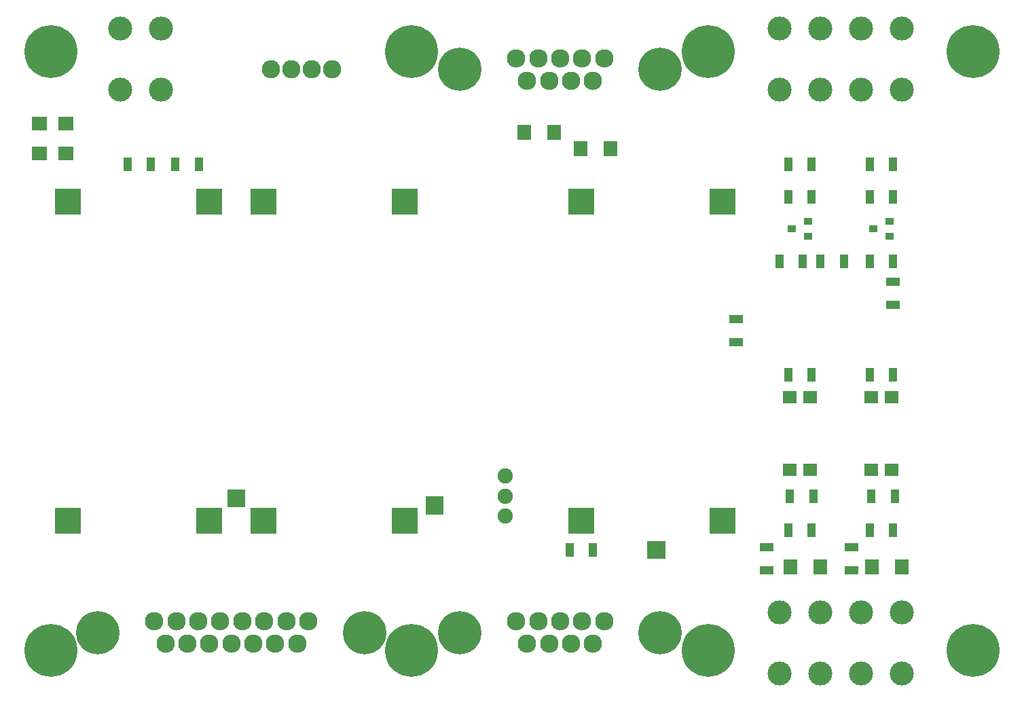
<source format=gts>
G04 project-name*
%FSLAX35Y35*%
%MOMM*%
G04 din.i0+(1)*
%LPD*%
%ADD10C,3*%
D10*
X9590644Y11742853D02*
D03*

G04 din.i0-(3)*
%LPD*%
D10*
X10098644Y11742853D02*
D03*

G04 din.i1+(5)*
%LPD*%
D10*
X10606644Y11742853D02*
D03*

G04 din.i1-(7)*
%LPD*%
D10*
X11114644Y11742853D02*
D03*

G04 din.i0+(2)*
%LPD*%
D10*
X9590644Y12504853D02*
D03*

G04 din.i0-(4)*
%LPD*%
D10*
X10098644Y12504853D02*
D03*

G04 din.i1+(6)*
%LPD*%
D10*
X10606644Y12504853D02*
D03*

G04 din.i1-(8)*
%LPD*%
D10*
X11114644Y12504853D02*
D03*

G04 p_in.gnd(1)*
%LPD*%
D10*
X1872644Y19781853D02*
D03*

G04 p_in.vin(3)*
%LPD*%
D10*
X1364644Y19781853D02*
D03*

G04 p_in.gnd(2)*
%LPD*%
D10*
X1872644Y19019853D02*
D03*

G04 p_in.vin(4)*
%LPD*%
D10*
X1364644Y19019853D02*
D03*

G04 dout.q1c(1)*
%LPD*%
D10*
X11114644Y19781853D02*
D03*

G04 dout.q1e(3)*
%LPD*%
D10*
X10606644Y19781853D02*
D03*

G04 dout.q0c(5)*
%LPD*%
D10*
X10098644Y19781853D02*
D03*

G04 dout.q0e(7)*
%LPD*%
D10*
X9590644Y19781853D02*
D03*

G04 dout.q1c(2)*
%LPD*%
D10*
X11114644Y19019853D02*
D03*

G04 dout.q1e(4)*
%LPD*%
D10*
X10606644Y19019853D02*
D03*

G04 dout.q0c(6)*
%LPD*%
D10*
X10098644Y19019853D02*
D03*

G04 dout.q0e(8)*
%LPD*%
D10*
X9590644Y19019853D02*
D03*

G04 q1.c1.R2.1(1)*
%LPD*%
%ADD11R,1.8X1.1*%
D11*
X11005644Y16627112D02*
D03*

G04 q1.c1.R2.2(2)*
%LPD*%
D11*
X11005644Y16337112D02*
D03*

G04 q0.c1.R2.1(1)*
%LPD*%
%ADD12R,1.1X1.8*%
D12*
X10098996Y16876341D02*
D03*

G04 q0.c1.R2.2(2)*
%LPD*%
D12*
X10388996Y16876341D02*
D03*

G04 sp.nc(1)*
%LPD*%
%ADD13C,2.3*%
D13*
X7400644Y19414728D02*
D03*

G04 sp.tx(2)*
%LPD*%
D13*
X7126644Y19414728D02*
D03*

G04 sp.rx(3)*
%LPD*%
D13*
X6852644Y19414728D02*
D03*

G04 sp.nc(4)*
%LPD*%
D13*
X6578644Y19414728D02*
D03*

G04 sp.gnd(5)*
%LPD*%
D13*
X6304644Y19414728D02*
D03*

G04 sp.tx2(6)*
%LPD*%
D13*
X7263644Y19130728D02*
D03*

G04 sp.rx2(7)*
%LPD*%
D13*
X6989644Y19130728D02*
D03*

G04 sp.nc(8)*
%LPD*%
D13*
X6715644Y19130728D02*
D03*

G04 sp.gnd(9)*
%LPD*%
D13*
X6441644Y19130728D02*
D03*

G04 sp.S(S)*
%LPD*%
%ADD14C,5.4*%
D14*
X8102144Y19272728D02*
D03*

G04 sp.S(S)*
%LPD*%
D14*
X5603144Y19272728D02*
D03*

G04 l.red(1)*
%LPD*%
D13*
X7400644Y12394018D02*
D03*

G04 l.pwm(2)*
%LPD*%
D13*
X7126644Y12394018D02*
D03*

G04 l.en(3)*
%LPD*%
D13*
X6852644Y12394018D02*
D03*

G04 l.pctl(4)*
%LPD*%
D13*
X6578644Y12394018D02*
D03*

G04 l.gnd(5)*
%LPD*%
D13*
X6304644Y12394018D02*
D03*

G04 l.ready(6)*
%LPD*%
D13*
X7263644Y12110018D02*
D03*

G04 l.reset(7)*
%LPD*%
D13*
X6989644Y12110018D02*
D03*

G04 l.alarm(8)*
%LPD*%
D13*
X6715644Y12110018D02*
D03*

G04 l.nc(9)*
%LPD*%
D13*
X6441644Y12110018D02*
D03*

G04 l.S(S)*
%LPD*%
D14*
X8102144Y12252018D02*
D03*

G04 l.S(S)*
%LPD*%
D14*
X5603144Y12252018D02*
D03*

G04 g.clk-(1)*
%LPD*%
D13*
X3711644Y12394018D02*
D03*

G04 g.sync-(2)*
%LPD*%
D13*
X3437644Y12394018D02*
D03*

G04 g.x-(3)*
%LPD*%
D13*
X3163644Y12394018D02*
D03*

G04 g.y-(4)*
%LPD*%
D13*
X2889644Y12394018D02*
D03*

G04 g.y_stat-(5)*
%LPD*%
D13*
X2615644Y12394018D02*
D03*

G04 g.x_stat-(6)*
%LPD*%
D13*
X2341644Y12394018D02*
D03*

G04 g.nc(7)*
%LPD*%
D13*
X2067644Y12394018D02*
D03*

G04 g.nc(8)*
%LPD*%
D13*
X1793644Y12394018D02*
D03*

G04 g.clk+(9)*
%LPD*%
D13*
X3574644Y12110018D02*
D03*

G04 g.sync+(10)*
%LPD*%
D13*
X3300644Y12110018D02*
D03*

G04 g.x+(11)*
%LPD*%
D13*
X3026644Y12110018D02*
D03*

G04 g.y+(12)*
%LPD*%
D13*
X2752644Y12110018D02*
D03*

G04 g.y_stat+(13)*
%LPD*%
D13*
X2478644Y12110018D02*
D03*

G04 g.x_stat+(14)*
%LPD*%
D13*
X2204644Y12110018D02*
D03*

G04 g.nc(15)*
%LPD*%
D13*
X1930644Y12110018D02*
D03*

G04 g.S(S)*
%LPD*%
D14*
X4418644Y12252018D02*
D03*

G04 g.S(S)*
%LPD*%
D14*
X1086644Y12252018D02*
D03*

G04 pin_led.r.1(1)*
%LPD*%
D12*
X2346252Y18089992D02*
D03*

G04 pin_led.r.2(2)*
%LPD*%
D12*
X2056252Y18089992D02*
D03*

G04 pin_led.led.c(1)*
%LPD*%
D12*
X1457644Y18089992D02*
D03*

G04 pin_led.led.a(2)*
%LPD*%
D12*
X1747644Y18089992D02*
D03*

G04 p1.rev.c(1)*
%LPD*%
%ADD15R,1.88X1.72*%
D15*
X356361Y18225344D02*
D03*

G04 p1.rev.a(2)*
%LPD*%
D15*
X356361Y18601344D02*
D03*

G04 p1.in.c(1)*
%LPD*%
D15*
X686925Y18225344D02*
D03*

G04 p1.in.a(2)*
%LPD*%
D15*
X686925Y18601344D02*
D03*

G04 q0.c1.Q1.c(3)*
%LPD*%
%ADD16R,1.1X0.8999999999999999*%
D16*
X9744644Y17283960D02*
D03*

G04 q0.c1.Q1.e(2)*
%LPD*%
D16*
X9944645Y17378960D02*
D03*

G04 q0.c1.Q1.b(1)*
%LPD*%
D16*
X9944645Y17188960D02*
D03*

G04 q1.c1.Q1.c(3)*
%LPD*%
D16*
X10760644Y17283960D02*
D03*

G04 q1.c1.Q1.e(2)*
%LPD*%
D16*
X10960645Y17378960D02*
D03*

G04 q1.c1.Q1.b(1)*
%LPD*%
D16*
X10960645Y17188960D02*
D03*

G04 t3.1(1)*
%LPD*%
%ADD17R,1.2X2.2*%
D17*
X7993721Y13284760D02*
D03*

G04 t3.1(2)*
%LPD*%
D17*
X8103721Y13284760D02*
D03*

G04 t2.1(1)*
%LPD*%
%ADD18R,2.2X1.2*%
D18*
X5286383Y13893668D02*
D03*

G04 t2.1(2)*
%LPD*%
D18*
X5286383Y13783668D02*
D03*

G04 t1.1(1)*
%LPD*%
D17*
X2759953Y13924643D02*
D03*

G04 t1.1(2)*
%LPD*%
D17*
X2869953Y13924643D02*
D03*

G04 r.1(1)*
%LPD*%
%ADD19C,1.9*%
D19*
X6164803Y13700163D02*
D03*

G04 r.2(2)*
%LPD*%
D19*
X6164803Y13950163D02*
D03*

G04 r.3(3)*
%LPD*%
D19*
X6164803Y14200163D02*
D03*

G04 i0.R1.1(1)*
%LPD*%
D11*
X9427776Y13026627D02*
D03*

G04 i0.R1.2(2)*
%LPD*%
D11*
X9427776Y13316627D02*
D03*

G04 i0.R2.1(1)*
%LPD*%
D12*
X10007644Y13951169D02*
D03*

G04 i0.R2.2(2)*
%LPD*%
D12*
X9717644Y13951169D02*
D03*

G04 i0.R3.1(1)*
%LPD*%
D12*
X9989644Y15464653D02*
D03*

G04 i0.R3.2(2)*
%LPD*%
D12*
X9699644Y15464653D02*
D03*

G04 q0.c1.R1.1(1)*
%LPD*%
D12*
X9878462Y16876341D02*
D03*

G04 q0.c1.R1.2(2)*
%LPD*%
D12*
X9588462Y16876341D02*
D03*

G04 q0.l.c(1)*
%LPD*%
D12*
X9699644Y18089992D02*
D03*

G04 q0.l.a(2)*
%LPD*%
D12*
X9989644Y18089992D02*
D03*

G04 q0.R1.1(1)*
%LPD*%
D12*
X9989644Y17683732D02*
D03*

G04 q0.R1.2(2)*
%LPD*%
D12*
X9699644Y17683732D02*
D03*

G04 q1.c1.R1.1(1)*
%LPD*%
D12*
X11005644Y16876341D02*
D03*

G04 q1.c1.R1.2(2)*
%LPD*%
D12*
X10715644Y16876341D02*
D03*

G04 q1.l.c(1)*
%LPD*%
D12*
X10715644Y18089992D02*
D03*

G04 q1.l.a(2)*
%LPD*%
D12*
X11005644Y18089992D02*
D03*

G04 q1.R1.1(1)*
%LPD*%
D12*
X11005644Y17683732D02*
D03*

G04 q1.R1.2(2)*
%LPD*%
D12*
X10715644Y17683732D02*
D03*

G04 debug.nrst(1)*
%LPD*%
%ADD20C,2.29*%
D20*
X4010216Y19272728D02*
D03*

G04 debug.swdio(2)*
%LPD*%
D20*
X3756216Y19272728D02*
D03*

G04 debug.gnd(3)*
%LPD*%
D20*
X3502216Y19272728D02*
D03*

G04 debug.swclk(4)*
%LPD*%
D20*
X3248216Y19272728D02*
D03*

G04 i0.opto.a(1)*
%LPD*%
%ADD21R,1.7X1.5*%
D21*
X9717644Y14283383D02*
D03*

G04 i0.opto.ca(2)*
%LPD*%
D21*
X9971644Y14283383D02*
D03*

G04 i0.opto.co(4)*
%LPD*%
D21*
X9717644Y15183383D02*
D03*

G04 i0.opto.e(3)*
%LPD*%
D21*
X9971644Y15183383D02*
D03*

G04 i0.D1.c(1)*
%LPD*%
%ADD22R,1.72X1.88*%
D22*
X9722644Y13066481D02*
D03*

G04 i0.D1.a(2)*
%LPD*%
D22*
X10098644Y13066481D02*
D03*

G04 i1.R1.1(1)*
%LPD*%
D11*
X10485905Y13026627D02*
D03*

G04 i1.R1.2(2)*
%LPD*%
D11*
X10485905Y13316627D02*
D03*

G04 i1.R2.1(1)*
%LPD*%
D12*
X11023644Y13951169D02*
D03*

G04 i1.R2.2(2)*
%LPD*%
D12*
X10733644Y13951169D02*
D03*

G04 i1.R3.1(1)*
%LPD*%
D12*
X11005644Y15464653D02*
D03*

G04 i1.R3.2(2)*
%LPD*%
D12*
X10715644Y15464653D02*
D03*

G04 i1.opto.a(1)*
%LPD*%
D21*
X10733644Y14283383D02*
D03*

G04 i1.opto.ca(2)*
%LPD*%
D21*
X10987644Y14283383D02*
D03*

G04 i1.opto.co(4)*
%LPD*%
D21*
X10733644Y15183383D02*
D03*

G04 i1.opto.e(3)*
%LPD*%
D21*
X10987644Y15183383D02*
D03*

G04 i1.D1.c(1)*
%LPD*%
D22*
X10738644Y13066481D02*
D03*

G04 i1.D1.a(2)*
%LPD*%
D22*
X11114644Y13066481D02*
D03*

G04 __b4.(undefined)*
%LPD*%
%ADD23C,6.6000000000000005*%
D23*
X8702644Y19497353D02*
D03*

G04 __b5.(undefined)*
%LPD*%
D23*
X8702644Y12027393D02*
D03*

G04 __b6.(undefined)*
%LPD*%
D23*
X502644Y12027393D02*
D03*

G04 __b1.(undefined)*
%LPD*%
D23*
X502644Y19497353D02*
D03*

G04 __b2.(undefined)*
%LPD*%
D23*
X12002644Y19497353D02*
D03*

G04 __b3.(undefined)*
%LPD*%
D23*
X5002644Y19497353D02*
D03*

G04 __b7.(undefined)*
%LPD*%
D23*
X12002644Y12027393D02*
D03*

G04 __b8.(undefined)*
%LPD*%
D23*
X5002644Y12027393D02*
D03*

G04 i0.led.c(1)*
%LPD*%
D12*
X9989644Y13527353D02*
D03*

G04 i0.led.a(2)*
%LPD*%
D12*
X9699644Y13527353D02*
D03*

G04 i1.led.c(1)*
%LPD*%
D12*
X11005644Y13527353D02*
D03*

G04 i1.led.a(2)*
%LPD*%
D12*
X10715644Y13527353D02*
D03*

G04 j1.1(1)*
%LPD*%
D11*
X9045807Y16161485D02*
D03*

G04 j1.1(2)*
%LPD*%
D11*
X9045807Y15871485D02*
D03*

G04 j2.1(1)*
%LPD*%
D12*
X6971378Y13284760D02*
D03*

G04 j2.1(2)*
%LPD*%
D12*
X7261378Y13284760D02*
D03*

G04 p5.in+(1)*
%LPD*%
%ADD24R,3.2X3.2*%
D24*
X2472143Y17628221D02*
D03*

G04 p5.in-(2)*
%LPD*%
D24*
X712143Y17628221D02*
D03*

G04 p5.out+(4)*
%LPD*%
D24*
X2472143Y13648220D02*
D03*

G04 p5.out-(3)*
%LPD*%
D24*
X712143Y13648220D02*
D03*

G04 p3.in+(1)*
%LPD*%
D24*
X4917763Y17628221D02*
D03*

G04 p3.in-(2)*
%LPD*%
D24*
X3157763Y17628221D02*
D03*

G04 p3.out+(4)*
%LPD*%
D24*
X4917763Y13648220D02*
D03*

G04 p3.out-(3)*
%LPD*%
D24*
X3157763Y13648220D02*
D03*

G04 p4.in+(1)*
%LPD*%
D24*
X8879532Y17628221D02*
D03*

G04 p4.in-(2)*
%LPD*%
D24*
X7119532Y17628221D02*
D03*

G04 p4.out+(4)*
%LPD*%
D24*
X8879532Y13648220D02*
D03*

G04 p4.out-(3)*
%LPD*%
D24*
X7119532Y13648220D02*
D03*

G04 d2.t2.c(1)*
%LPD*%
D22*
X6777284Y18486722D02*
D03*

G04 d2.t2.a(2)*
%LPD*%
D22*
X6401284Y18486722D02*
D03*

G04 d2.t4.c(1)*
%LPD*%
D22*
X7482148Y18285814D02*
D03*

G04 d2.t4.a(2)*
%LPD*%
D22*
X7106148Y18285814D02*
D03*

M02*
</source>
